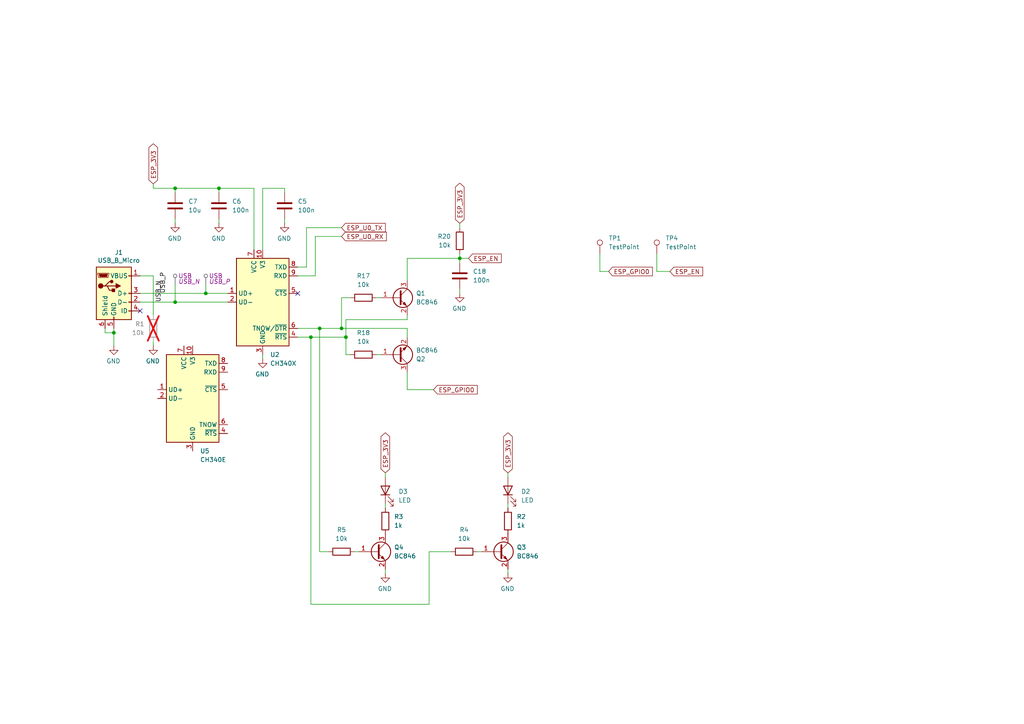
<source format=kicad_sch>
(kicad_sch (version 20250114) (generator "eeschema") (generator_version "9.0")
  (paper "A4")
  (lib_symbols
    (symbol "Connector:TestPoint" (pin_numbers (hide yes)) (pin_names (offset 0.762) (hide yes))
      (property "Reference" "TP" (at 0 6.858 0))
      (property "Value" "TestPoint" (at 0 5.08 0))
      (symbol "TestPoint_0_1"
        (circle (center 0 3.302) (radius 0.762))
      )
      (symbol "TestPoint_1_1"
        (pin passive line (at 0 0 90) (length 2.54) (name "1") (number "1"))
      )
    )
    (symbol "Connector:USB_B_Micro" (pin_names (offset 1.016))
      (property "Reference" "J" (at -5.08 11.43 0))
      (property "Value" "USB_B_Micro" (at -5.08 8.89 0))
      (symbol "USB_B_Micro_0_1"
        (rectangle (start -5.08 -7.62) (end 5.08 7.62) (stroke (width 0.254)) (fill (type background)))
        (polyline (pts (xy -4.699 5.842) (xy -4.699 5.588) (xy -4.445 4.826) (xy -4.445 4.572) (xy -1.651 4.572) (xy -1.651 4.826) (xy -1.397 5.588) (xy -1.397 5.842) (xy -4.699 5.842)))
        (polyline (pts (xy -4.318 5.588) (xy -1.778 5.588) (xy -2.032 4.826) (xy -4.064 4.826) (xy -4.318 5.588)) (fill (type outline)))
        (circle (center -3.81 2.159) (radius 0.635) (stroke (width 0.254)) (fill (type outline)))
        (polyline (pts (xy -3.175 2.159) (xy -2.54 2.159) (xy -1.27 3.429) (xy -0.635 3.429)) (stroke (width 0.254)))
        (polyline (pts (xy -2.54 2.159) (xy -1.905 2.159) (xy -1.27 0.889) (xy 0 0.889)) (stroke (width 0.254)))
        (polyline (pts (xy -1.905 2.159) (xy 0.635 2.159)) (stroke (width 0.254)))
        (circle (center -0.635 3.429) (radius 0.381) (stroke (width 0.254)) (fill (type outline)))
        (rectangle (start -0.127 -7.62) (end 0.127 -6.858))
        (rectangle (start 0.254 1.27) (end -0.508 0.508) (stroke (width 0.254)) (fill (type outline)))
        (polyline (pts (xy 0.635 2.794) (xy 0.635 1.524) (xy 1.905 2.159) (xy 0.635 2.794)) (stroke (width 0.254)) (fill (type outline)))
        (rectangle (start 5.08 4.953) (end 4.318 5.207))
        (rectangle (start 5.08 -0.127) (end 4.318 0.127))
        (rectangle (start 5.08 -2.667) (end 4.318 -2.413))
        (rectangle (start 5.08 -5.207) (end 4.318 -4.953))
      )
      (symbol "USB_B_Micro_1_1"
        (pin passive line (at -2.54 -10.16 90) (length 2.54) (name "Shield") (number "6"))
        (pin power_out line (at 0 -10.16 90) (length 2.54) (name "GND") (number "5"))
        (pin power_out line (at 7.62 5.08 180) (length 2.54) (name "VBUS") (number "1"))
        (pin bidirectional line (at 7.62 0 180) (length 2.54) (name "D+") (number "3"))
        (pin bidirectional line (at 7.62 -2.54 180) (length 2.54) (name "D-") (number "2"))
        (pin passive line (at 7.62 -5.08 180) (length 2.54) (name "ID") (number "4"))
      )
    )
    (symbol "Device:C" (pin_numbers (hide yes)) (pin_names (offset 0.254))
      (property "Reference" "C" (at 0.635 2.54 0))
      (property "Value" "C" (at 0.635 -2.54 0))
      (symbol "C_0_1"
        (polyline (pts (xy -2.032 0.762) (xy 2.032 0.762)) (stroke (width 0.508)))
        (polyline (pts (xy -2.032 -0.762) (xy 2.032 -0.762)) (stroke (width 0.508)))
      )
      (symbol "C_1_1"
        (pin passive line (at 0 3.81 270) (length 2.794) (name "~") (number "1"))
        (pin passive line (at 0 -3.81 90) (length 2.794) (name "~") (number "2"))
      )
    )
    (symbol "Device:R" (pin_numbers (hide yes)) (pin_names (offset 0))
      (property "Reference" "R" (at 2.032 0 90))
      (property "Value" "R" (at 0 0 90))
      (symbol "R_0_1"
        (rectangle (start -1.016 -2.54) (end 1.016 2.54) (stroke (width 0.254)))
      )
      (symbol "R_1_1"
        (pin passive line (at 0 3.81 270) (length 1.27) (name "~") (number "1"))
        (pin passive line (at 0 -3.81 90) (length 1.27) (name "~") (number "2"))
      )
    )
    (symbol "Interface_USB:CH340E"
      (property "Reference" "U" (at -5.08 13.97 0))
      (property "Value" "CH340E" (at 1.27 13.97 0))
      (symbol "CH340E_0_1"
        (rectangle (start -7.62 12.7) (end 7.62 -12.7) (stroke (width 0.254)) (fill (type background)))
      )
      (symbol "CH340E_1_1"
        (pin bidirectional line (at -10.16 2.54 0) (length 2.54) (name "UD+") (number "1"))
        (pin bidirectional line (at -10.16 0 0) (length 2.54) (name "UD-") (number "2"))
        (pin power_in line (at -2.54 15.24 270) (length 2.54) (name "VCC") (number "7"))
        (pin power_out line (at 0 15.24 270) (length 2.54) (name "V3") (number "10"))
        (pin power_in line (at 0 -15.24 90) (length 2.54) (name "GND") (number "3"))
        (pin output line (at 10.16 10.16 180) (length 2.54) (name "TXD") (number "8"))
        (pin input line (at 10.16 7.62 180) (length 2.54) (name "RXD") (number "9"))
        (pin input line (at 10.16 2.54 180) (length 2.54) (name "~{CTS}") (number "5"))
        (pin output line (at 10.16 -7.62 180) (length 2.54) (name "TNOW") (number "6"))
        (pin output line (at 10.16 -10.16 180) (length 2.54) (name "~{RTS}") (number "4"))
      )
    )
    (symbol "Interface_USB:CH340X"
      (property "Reference" "U" (at -5.08 13.97 0))
      (property "Value" "CH340X" (at 1.27 13.97 0))
      (symbol "CH340X_0_1"
        (rectangle (start -7.62 12.7) (end 7.62 -12.7) (stroke (width 0.254)) (fill (type background)))
      )
      (symbol "CH340X_1_1"
        (pin bidirectional line (at -10.16 2.54 0) (length 2.54) (name "UD+") (number "1"))
        (pin bidirectional line (at -10.16 0 0) (length 2.54) (name "UD-") (number "2"))
        (pin power_in line (at -2.54 15.24 270) (length 2.54) (name "VCC") (number "7"))
        (pin power_out line (at 0 15.24 270) (length 2.54) (name "V3") (number "10"))
        (pin power_in line (at 0 -15.24 90) (length 2.54) (name "GND") (number "3"))
        (pin output line (at 10.16 10.16 180) (length 2.54) (name "TXD") (number "8"))
        (pin input line (at 10.16 7.62 180) (length 2.54) (name "RXD") (number "9"))
        (pin input line (at 10.16 2.54 180) (length 2.54) (name "~{CTS}") (number "5"))
        (pin output line (at 10.16 -7.62 180) (length 2.54) (name "TNOW/~{DTR}") (number "6"))
        (pin output line (at 10.16 -10.16 180) (length 2.54) (name "~{RTS}") (number "4"))
      )
    )
    (symbol "LED_1" (pin_numbers (hide yes)) (pin_names (offset 1.016) (hide yes))
      (property "Reference" "D" (at 0 2.54 0))
      (property "Value" "LED" (at 0 -2.54 0))
      (symbol "LED_1_0_1"
        (polyline (pts (xy -3.048 -0.762) (xy -4.572 -2.286) (xy -3.81 -2.286) (xy -4.572 -2.286) (xy -4.572 -1.524)))
        (polyline (pts (xy -1.778 -0.762) (xy -3.302 -2.286) (xy -2.54 -2.286) (xy -3.302 -2.286) (xy -3.302 -1.524)))
        (polyline (pts (xy -1.27 0) (xy 1.27 0)))
        (polyline (pts (xy -1.27 -1.27) (xy -1.27 1.27)) (stroke (width 0.254)))
        (polyline (pts (xy 1.27 -1.27) (xy 1.27 1.27) (xy -1.27 0) (xy 1.27 -1.27)) (stroke (width 0.254)))
      )
      (symbol "LED_1_1_1"
        (pin passive line (at -3.81 0 0) (length 2.54) (name "K") (number "1"))
        (pin passive line (at 3.81 0 180) (length 2.54) (name "A") (number "2"))
      )
    )
    (symbol "Transistor_BJT:BC846" (pin_names (offset 0) (hide yes))
      (property "Reference" "Q" (at 5.08 1.905 0))
      (property "Value" "BC846" (at 5.08 0 0))
      (symbol "BC846_0_1"
        (polyline (pts (xy -2.54 0) (xy 0.635 0)))
        (polyline (pts (xy 0.635 1.905) (xy 0.635 -1.905)) (stroke (width 0.508)))
        (circle (center 1.27 0) (radius 2.8194) (stroke (width 0.254)))
      )
      (symbol "BC846_1_1"
        (polyline (pts (xy 0.635 0.635) (xy 2.54 2.54)))
        (polyline (pts (xy 0.635 -0.635) (xy 2.54 -2.54)))
        (polyline (pts (xy 1.27 -1.778) (xy 1.778 -1.27) (xy 2.286 -2.286) (xy 1.27 -1.778)) (fill (type outline)))
        (pin input line (at -5.08 0 0) (length 2.54) (name "B") (number "1"))
        (pin passive line (at 2.54 5.08 270) (length 2.54) (name "C") (number "3"))
        (pin passive line (at 2.54 -5.08 90) (length 2.54) (name "E") (number "2"))
      )
    )
    (symbol "power:GND" (power) (pin_numbers (hide yes)) (pin_names (offset 0) (hide yes))
      (property "Value" "GND" (at 0 -3.81 0))
      (symbol "GND_0_1"
        (polyline (pts (xy 0 0) (xy 0 -1.27) (xy 1.27 -1.27) (xy 0 -2.54) (xy -1.27 -1.27) (xy 0 -1.27)))
      )
      (symbol "GND_1_1"
        (pin power_in line (at 0 0 270) (length 0) (name "~") (number "1"))
      )
    )
  )
  (junction (at 90.17 97.79))
  (junction (at 99.06 95.25))
  (junction (at 63.5 54.61))
  (junction (at 133.35 74.93))
  (junction (at 59.69 85.09))
  (junction (at 50.8 87.63))
  (junction (at 100.33 97.79))
  (junction (at 92.71 95.25))
  (junction (at 33.02 96.52))
  (junction (at 50.8 54.61))
  (no_connect (at 86.36 85.09))
  (no_connect (at 40.64 90.17))
  (wire (pts (xy 76.2 54.61) (xy 82.55 54.61)))
  (wire (pts (xy 82.55 54.61) (xy 82.55 55.88)))
  (wire (pts (xy 138.43 160.02) (xy 139.7 160.02)))
  (wire (pts (xy 44.45 99.06) (xy 44.45 100.33)))
  (wire (pts (xy 118.11 97.79) (xy 118.11 95.25)))
  (wire (pts (xy 59.69 82.55) (xy 59.69 85.09)))
  (wire (pts (xy 147.32 165.1) (xy 147.32 166.37)))
  (wire (pts (xy 73.66 72.39) (xy 73.66 54.61)))
  (wire (pts (xy 100.33 97.79) (xy 100.33 102.87)))
  (wire (pts (xy 118.11 74.93) (xy 133.35 74.93)))
  (wire (pts (xy 124.46 160.02) (xy 124.46 175.26)))
  (wire (pts (xy 111.76 146.05) (xy 111.76 147.32)))
  (wire (pts (xy 40.64 80.01) (xy 44.45 80.01)))
  (wire (pts (xy 176.53 78.74) (xy 173.99 78.74)))
  (wire (pts (xy 82.55 63.5) (xy 82.55 64.77)))
  (wire (pts (xy 100.33 92.71) (xy 100.33 97.79)))
  (wire (pts (xy 111.76 137.16) (xy 111.76 138.43)))
  (wire (pts (xy 133.35 83.82) (xy 133.35 85.09)))
  (wire (pts (xy 63.5 54.61) (xy 63.5 55.88)))
  (wire (pts (xy 111.76 165.1) (xy 111.76 166.37)))
  (wire (pts (xy 44.45 80.01) (xy 44.45 91.44)))
  (wire (pts (xy 118.11 95.25) (xy 99.06 95.25)))
  (wire (pts (xy 91.44 80.01) (xy 86.36 80.01)))
  (wire (pts (xy 33.02 96.52) (xy 33.02 95.25)))
  (wire (pts (xy 86.36 77.47) (xy 88.9 77.47)))
  (wire (pts (xy 99.06 86.36) (xy 101.6 86.36)))
  (wire (pts (xy 86.36 95.25) (xy 92.71 95.25)))
  (wire (pts (xy 30.48 96.52) (xy 33.02 96.52)))
  (wire (pts (xy 118.11 81.28) (xy 118.11 74.93)))
  (wire (pts (xy 50.8 87.63) (xy 66.04 87.63)))
  (wire (pts (xy 109.22 86.36) (xy 110.49 86.36)))
  (wire (pts (xy 194.31 78.74) (xy 190.5 78.74)))
  (wire (pts (xy 88.9 77.47) (xy 88.9 66.04)))
  (wire (pts (xy 92.71 95.25) (xy 99.06 95.25)))
  (wire (pts (xy 133.35 74.93) (xy 135.89 74.93)))
  (wire (pts (xy 95.25 160.02) (xy 92.71 160.02)))
  (wire (pts (xy 190.5 78.74) (xy 190.5 73.66)))
  (wire (pts (xy 118.11 91.44) (xy 118.11 92.71)))
  (wire (pts (xy 90.17 175.26) (xy 90.17 97.79)))
  (wire (pts (xy 99.06 86.36) (xy 99.06 95.25)))
  (wire (pts (xy 63.5 63.5) (xy 63.5 64.77)))
  (wire (pts (xy 50.8 54.61) (xy 44.45 54.61)))
  (wire (pts (xy 76.2 102.87) (xy 76.2 104.14)))
  (wire (pts (xy 109.22 102.87) (xy 110.49 102.87)))
  (wire (pts (xy 86.36 97.79) (xy 90.17 97.79)))
  (wire (pts (xy 100.33 102.87) (xy 101.6 102.87)))
  (wire (pts (xy 92.71 95.25) (xy 92.71 160.02)))
  (wire (pts (xy 118.11 113.03) (xy 125.73 113.03)))
  (wire (pts (xy 30.48 95.25) (xy 30.48 96.52)))
  (wire (pts (xy 63.5 54.61) (xy 50.8 54.61)))
  (wire (pts (xy 44.45 54.61) (xy 44.45 53.34)))
  (wire (pts (xy 50.8 82.55) (xy 50.8 87.63)))
  (wire (pts (xy 102.87 160.02) (xy 104.14 160.02)))
  (wire (pts (xy 76.2 72.39) (xy 76.2 54.61)))
  (wire (pts (xy 99.06 68.58) (xy 91.44 68.58)))
  (wire (pts (xy 33.02 96.52) (xy 33.02 100.33)))
  (wire (pts (xy 118.11 92.71) (xy 100.33 92.71)))
  (wire (pts (xy 91.44 68.58) (xy 91.44 80.01)))
  (wire (pts (xy 118.11 107.95) (xy 118.11 113.03)))
  (wire (pts (xy 133.35 74.93) (xy 133.35 76.2)))
  (wire (pts (xy 90.17 97.79) (xy 100.33 97.79)))
  (wire (pts (xy 173.99 78.74) (xy 173.99 73.66)))
  (wire (pts (xy 40.64 85.09) (xy 59.69 85.09)))
  (wire (pts (xy 133.35 73.66) (xy 133.35 74.93)))
  (wire (pts (xy 50.8 54.61) (xy 50.8 55.88)))
  (wire (pts (xy 88.9 66.04) (xy 99.06 66.04)))
  (wire (pts (xy 130.81 160.02) (xy 124.46 160.02)))
  (wire (pts (xy 147.32 146.05) (xy 147.32 147.32)))
  (wire (pts (xy 59.69 85.09) (xy 66.04 85.09)))
  (wire (pts (xy 147.32 137.16) (xy 147.32 138.43)))
  (wire (pts (xy 124.46 175.26) (xy 90.17 175.26)))
  (wire (pts (xy 133.35 64.77) (xy 133.35 66.04)))
  (wire (pts (xy 40.64 87.63) (xy 50.8 87.63)))
  (wire (pts (xy 63.5 54.61) (xy 73.66 54.61)))
  (wire (pts (xy 50.8 63.5) (xy 50.8 64.77)))
  (label "USB_P" (at 48.26 85.09 90))
  (label "USB_N" (at 46.99 87.63 90))
  (global_label "ESP_3V3" (shape bidirectional) (at 44.45 53.34 90) (property "Intersheetrefs" "${INTERSHEET_REFS}" (effects (hide yes))))
  (global_label "ESP_GPIO0" (shape input) (at 125.73 113.03 0) (property "Intersheetrefs" "${INTERSHEET_REFS}" (effects (hide yes))))
  (global_label "ESP_3V3" (shape bidirectional) (at 147.32 137.16 90) (property "Intersheetrefs" "${INTERSHEET_REFS}" (effects (hide yes))))
  (global_label "ESP_3V3" (shape bidirectional) (at 133.35 64.77 90) (property "Intersheetrefs" "${INTERSHEET_REFS}" (effects (hide yes))))
  (global_label "ESP_GPIO0" (shape input) (at 176.53 78.74 0) (property "Intersheetrefs" "${INTERSHEET_REFS}" (effects (hide yes))))
  (global_label "ESP_EN" (shape input) (at 135.89 74.93 0) (property "Intersheetrefs" "${INTERSHEET_REFS}" (effects (hide yes))))
  (global_label "ESP_U0_TX" (shape input) (at 99.06 66.04 0) (property "Intersheetrefs" "${INTERSHEET_REFS}" (effects (hide yes))))
  (global_label "ESP_EN" (shape input) (at 194.31 78.74 0) (property "Intersheetrefs" "${INTERSHEET_REFS}" (effects (hide yes))))
  (global_label "ESP_U0_RX" (shape input) (at 99.06 68.58 0) (property "Intersheetrefs" "${INTERSHEET_REFS}" (effects (hide yes))))
  (global_label "ESP_3V3" (shape bidirectional) (at 111.76 137.16 90) (property "Intersheetrefs" "${INTERSHEET_REFS}" (effects (hide yes))))
  (netclass_flag "" (length 2.54) (shape round) (at 59.69 82.55 0) (property "Netclass" "USB" (at 60.579 80.01 0) (effects (justify left))) (property "Component Class" "USB_P" (at 60.579 81.661 0) (effects (font (italic yes)) (justify left))))
  (netclass_flag "" (length 2.54) (shape round) (at 50.8 82.55 0) (property "Netclass" "USB" (at 51.689 80.01 0) (effects (justify left))) (property "Component Class" "USB_N" (at 51.689 81.661 0) (effects (font (italic yes)) (justify left))))
  (symbol (lib_id "power:GND") (at 50.8 64.77 0) (mirror y) (unit 1)
    (property "Reference" "#PWR014" (effects (hide yes)))
    (property "Value" "GND" (at 50.673 69.1642 0))
    (property "Description" "Power symbol creates a global label with name \"GND\" , ground" (effects (hide yes)))
  )
  (symbol (lib_id "Connector:TestPoint") (at 173.99 73.66 0) (unit 1)
    (property "Reference" "TP1" (at 176.53 69.0879 0) (effects (justify left)))
    (property "Value" "TestPoint" (at 176.53 71.6279 0) (effects (justify left)))
    (property "Footprint" "TestPoint:TestPoint_Pad_D1.5mm" (effects (hide yes)))
  )
  (symbol (lib_id "power:GND") (at 33.02 100.33 0) (mirror y) (unit 1)
    (property "Reference" "#PWR01" (effects (hide yes)))
    (property "Value" "GND" (at 32.893 104.7242 0))
    (property "Description" "Power symbol creates a global label with name \"GND\" , ground" (effects (hide yes)))
  )
  (symbol (lib_id "power:GND") (at 82.55 64.77 0) (mirror y) (unit 1)
    (property "Reference" "#PWR012" (effects (hide yes)))
    (property "Value" "GND" (at 82.423 69.1642 0))
    (property "Description" "Power symbol creates a global label with name \"GND\" , ground" (effects (hide yes)))
  )
  (symbol (lib_id "Device:C") (at 50.8 59.69 0) (unit 1)
    (property "Reference" "C7" (at 54.61 58.4199 0) (effects (justify left)))
    (property "Value" "10u" (at 54.61 60.9599 0) (effects (justify left)))
    (property "Footprint" "Capacitor_SMD:C_0805_2012Metric" (effects (hide yes)))
  )
  (symbol (lib_id "Connector:TestPoint") (at 190.5 73.66 0) (unit 1)
    (property "Reference" "TP4" (at 193.04 69.0879 0) (effects (justify left)))
    (property "Value" "TestPoint" (at 193.04 71.6279 0) (effects (justify left)))
    (property "Footprint" "TestPoint:TestPoint_Pad_D1.5mm" (effects (hide yes)))
  )
  (symbol (lib_id "Device:R") (at 105.41 102.87 90) (mirror x) (unit 1)
    (property "Reference" "R18" (at 105.41 96.52 90))
    (property "Value" "10k" (at 105.41 99.06 90))
    (property "Footprint" "Resistor_SMD:R_0805_2012Metric" (effects (hide yes)))
  )
  (symbol (lib_id "Device:R") (at 44.45 95.25 0) (mirror x) (unit 1) (dnp yes)
    (property "Reference" "R1" (at 41.91 93.9799 0) (effects (justify right)))
    (property "Value" "10k" (at 41.91 96.5199 0) (effects (justify right)))
    (property "Footprint" "Resistor_SMD:R_0805_2012Metric" (effects (hide yes)))
  )
  (symbol (lib_id "Transistor_BJT:BC846") (at 115.57 102.87 0) (mirror x) (unit 1)
    (property "Reference" "Q2" (at 120.65 104.1401 0) (effects (justify left)))
    (property "Value" "BC846" (at 120.65 101.6001 0) (effects (justify left)))
    (property "Footprint" "Package_TO_SOT_SMD:SOT-23" (effects (hide yes)))
    (property "Datasheet" "https://assets.nexperia.com/documents/data-sheet/BC846_SER.pdf" (effects (hide yes)))
    (property "Description" "0.1A Ic, 65V Vce, NPN Transistor, SOT-23" (effects (hide yes)))
  )
  (symbol (lib_id "Interface_USB:CH340X") (at 76.2 87.63 0) (unit 1)
    (property "Reference" "U2" (at 78.3433 102.87 0) (effects (justify left)))
    (property "Value" "CH340X" (at 78.3433 105.41 0) (effects (justify left)))
    (property "Footprint" "Package_SO:MSOP-10_3x3mm_P0.5mm" (effects (hide yes)))
    (property "Datasheet" "https://cdn.sparkfun.com/assets/5/0/a/8/5/CH340DS1.PDF" (effects (hide yes)))
    (property "Description" "USB serial converter, 5V-tolerant IO, UART, MSOP-10" (effects (hide yes)))
  )
  (symbol (lib_id "Device:R") (at 99.06 160.02 90) (mirror x) (unit 1)
    (property "Reference" "R5" (at 99.06 153.67 90))
    (property "Value" "10k" (at 99.06 156.21 90))
    (property "Footprint" "Resistor_SMD:R_0805_2012Metric" (effects (hide yes)))
  )
  (symbol (lib_id "power:GND") (at 133.35 85.09 0) (mirror y) (unit 1)
    (property "Reference" "#PWR029" (effects (hide yes)))
    (property "Value" "GND" (at 133.223 89.4842 0))
    (property "Description" "Power symbol creates a global label with name \"GND\" , ground" (effects (hide yes)))
  )
  (symbol (lib_id "Device:C") (at 133.35 80.01 0) (unit 1)
    (property "Reference" "C18" (at 137.16 78.7399 0) (effects (justify left)))
    (property "Value" "100n" (at 137.16 81.2799 0) (effects (justify left)))
    (property "Footprint" "Capacitor_SMD:C_0805_2012Metric" (effects (hide yes)))
  )
  (symbol (lib_id "Interface_USB:CH340E") (at 55.88 115.57 0) (unit 1)
    (property "Reference" "U5" (at 58.0233 130.81 0) (effects (justify left)))
    (property "Value" "CH340E" (at 58.0233 133.35 0) (effects (justify left)))
    (property "Footprint" "Package_SO:MSOP-10_3x3mm_P0.5mm" (effects (hide yes)))
    (property "Datasheet" "https://www.mpja.com/download/35227cpdata.pdf" (effects (hide yes)))
    (property "Description" "USB serial converter, UART, MSOP-10" (effects (hide yes)))
  )
  (symbol (lib_id "Device:R") (at 147.32 151.13 0) (mirror y) (unit 1)
    (property "Reference" "R2" (at 149.86 149.8599 0) (effects (justify right)))
    (property "Value" "1k" (at 149.86 152.3999 0) (effects (justify right)))
    (property "Footprint" "Resistor_SMD:R_0805_2012Metric" (effects (hide yes)))
  )
  (symbol (lib_name "LED_1") (lib_id "Device:LED") (at 111.76 142.24 90) (unit 1)
    (property "Reference" "D3" (at 115.57 142.5574 90) (effects (justify right)))
    (property "Value" "LED" (at 115.57 145.0974 90) (effects (justify right)))
    (property "Footprint" "LED_SMD:LED_0402_1005Metric" (effects (hide yes)))
    (property "Description" "Light emitting diode" (effects (hide yes)))
    (property "Sim.Pins" "1=K 2=A" (effects (hide yes)))
  )
  (symbol (lib_id "Device:R") (at 105.41 86.36 90) (mirror x) (unit 1)
    (property "Reference" "R17" (at 105.41 80.01 90))
    (property "Value" "10k" (at 105.41 82.55 90))
    (property "Footprint" "Resistor_SMD:R_0805_2012Metric" (effects (hide yes)))
  )
  (symbol (lib_id "Device:R") (at 133.35 69.85 0) (mirror x) (unit 1)
    (property "Reference" "R20" (at 130.81 68.5799 0) (effects (justify right)))
    (property "Value" "10k" (at 130.81 71.1199 0) (effects (justify right)))
    (property "Footprint" "Resistor_SMD:R_0805_2012Metric" (effects (hide yes)))
  )
  (symbol (lib_id "Transistor_BJT:BC846") (at 144.78 160.02 0) (unit 1)
    (property "Reference" "Q3" (at 149.86 158.7499 0) (effects (justify left)))
    (property "Value" "BC846" (at 149.86 161.2899 0) (effects (justify left)))
    (property "Footprint" "Package_TO_SOT_SMD:SOT-23" (effects (hide yes)))
    (property "Datasheet" "https://assets.nexperia.com/documents/data-sheet/BC846_SER.pdf" (effects (hide yes)))
    (property "Description" "0.1A Ic, 65V Vce, NPN Transistor, SOT-23" (effects (hide yes)))
  )
  (symbol (lib_id "power:GND") (at 63.5 64.77 0) (mirror y) (unit 1)
    (property "Reference" "#PWR013" (effects (hide yes)))
    (property "Value" "GND" (at 63.373 69.1642 0))
    (property "Description" "Power symbol creates a global label with name \"GND\" , ground" (effects (hide yes)))
  )
  (symbol (lib_id "Transistor_BJT:BC846") (at 115.57 86.36 0) (unit 1)
    (property "Reference" "Q1" (at 120.65 85.0899 0) (effects (justify left)))
    (property "Value" "BC846" (at 120.65 87.6299 0) (effects (justify left)))
    (property "Footprint" "Package_TO_SOT_SMD:SOT-23" (effects (hide yes)))
    (property "Datasheet" "https://assets.nexperia.com/documents/data-sheet/BC846_SER.pdf" (effects (hide yes)))
    (property "Description" "0.1A Ic, 65V Vce, NPN Transistor, SOT-23" (effects (hide yes)))
  )
  (symbol (lib_id "Device:C") (at 82.55 59.69 0) (unit 1)
    (property "Reference" "C5" (at 86.36 58.4199 0) (effects (justify left)))
    (property "Value" "100n" (at 86.36 60.9599 0) (effects (justify left)))
    (property "Footprint" "Capacitor_SMD:C_0805_2012Metric" (effects (hide yes)))
  )
  (symbol (lib_id "power:GND") (at 44.45 100.33 0) (mirror y) (unit 1)
    (property "Reference" "#PWR011" (effects (hide yes)))
    (property "Value" "GND" (at 44.323 104.7242 0))
    (property "Description" "Power symbol creates a global label with name \"GND\" , ground" (effects (hide yes)))
  )
  (symbol (lib_id "Transistor_BJT:BC846") (at 109.22 160.02 0) (unit 1)
    (property "Reference" "Q4" (at 114.3 158.7499 0) (effects (justify left)))
    (property "Value" "BC846" (at 114.3 161.2899 0) (effects (justify left)))
    (property "Footprint" "Package_TO_SOT_SMD:SOT-23" (effects (hide yes)))
    (property "Datasheet" "https://assets.nexperia.com/documents/data-sheet/BC846_SER.pdf" (effects (hide yes)))
    (property "Description" "0.1A Ic, 65V Vce, NPN Transistor, SOT-23" (effects (hide yes)))
  )
  (symbol (lib_id "Device:C") (at 63.5 59.69 0) (unit 1)
    (property "Reference" "C6" (at 67.31 58.4199 0) (effects (justify left)))
    (property "Value" "100n" (at 67.31 60.9599 0) (effects (justify left)))
    (property "Footprint" "Capacitor_SMD:C_0805_2012Metric" (effects (hide yes)))
  )
  (symbol (lib_id "power:GND") (at 76.2 104.14 0) (mirror y) (unit 1)
    (property "Reference" "#PWR033" (effects (hide yes)))
    (property "Value" "GND" (at 76.073 108.5342 0))
    (property "Description" "Power symbol creates a global label with name \"GND\" , ground" (effects (hide yes)))
  )
  (symbol (lib_id "Device:R") (at 111.76 151.13 0) (mirror y) (unit 1)
    (property "Reference" "R3" (at 114.3 149.8599 0) (effects (justify right)))
    (property "Value" "1k" (at 114.3 152.3999 0) (effects (justify right)))
    (property "Footprint" "Resistor_SMD:R_0805_2012Metric" (effects (hide yes)))
  )
  (symbol (lib_id "power:GND") (at 111.76 166.37 0) (mirror y) (unit 1)
    (property "Reference" "#PWR035" (effects (hide yes)))
    (property "Value" "GND" (at 111.633 170.7642 0))
    (property "Description" "Power symbol creates a global label with name \"GND\" , ground" (effects (hide yes)))
  )
  (symbol (lib_id "power:GND") (at 147.32 166.37 0) (mirror y) (unit 1)
    (property "Reference" "#PWR034" (effects (hide yes)))
    (property "Value" "GND" (at 147.193 170.7642 0))
    (property "Description" "Power symbol creates a global label with name \"GND\" , ground" (effects (hide yes)))
  )
  (symbol (lib_id "Device:R") (at 134.62 160.02 90) (mirror x) (unit 1)
    (property "Reference" "R4" (at 134.62 153.67 90))
    (property "Value" "10k" (at 134.62 156.21 90))
    (property "Footprint" "Resistor_SMD:R_0805_2012Metric" (effects (hide yes)))
  )
  (symbol (lib_name "LED_1") (lib_id "Device:LED") (at 147.32 142.24 90) (unit 1)
    (property "Reference" "D2" (at 151.13 142.5574 90) (effects (justify right)))
    (property "Value" "LED" (at 151.13 145.0974 90) (effects (justify right)))
    (property "Footprint" "LED_SMD:LED_0402_1005Metric" (effects (hide yes)))
    (property "Description" "Light emitting diode" (effects (hide yes)))
    (property "Sim.Pins" "1=K 2=A" (effects (hide yes)))
  )
  (symbol (lib_id "Connector:USB_B_Micro") (at 33.02 85.09 0) (unit 1)
    (property "Reference" "J1" (at 34.4678 73.2282 0))
    (property "Value" "USB_B_Micro" (at 34.4678 75.5396 0))
    (property "Footprint" "HardwareDataLogger:USB_Micro-B_Molex-105017-0001_Extra_Mechanical_Pads" (effects (hide yes)))
    (property "Description" "USB Micro Type B connector" (effects (hide yes)))
  )
)
</source>
